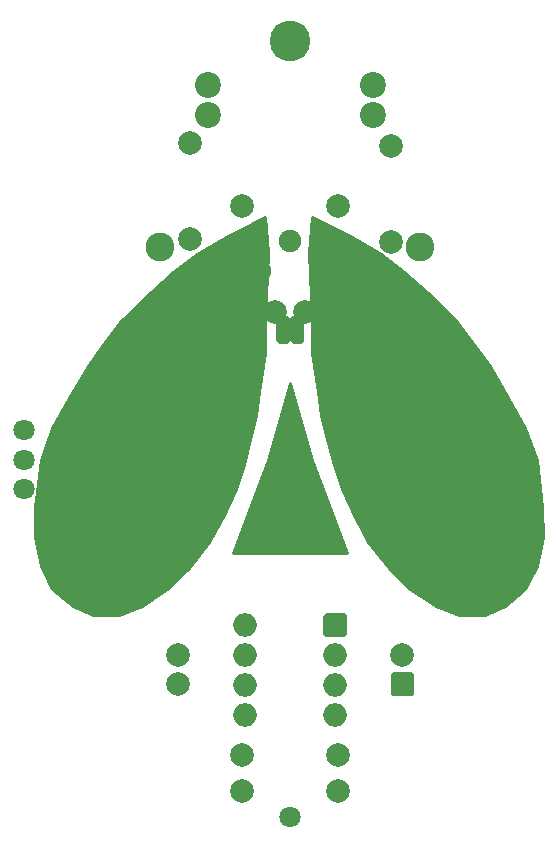
<source format=gbr>
%TF.GenerationSoftware,KiCad,Pcbnew,5.1.9-73d0e3b20d~88~ubuntu20.04.1*%
%TF.CreationDate,2021-08-18T18:14:59+05:30*%
%TF.ProjectId,MAP6,4d415036-2e6b-4696-9361-645f70636258,1*%
%TF.SameCoordinates,Original*%
%TF.FileFunction,Soldermask,Top*%
%TF.FilePolarity,Negative*%
%FSLAX46Y46*%
G04 Gerber Fmt 4.6, Leading zero omitted, Abs format (unit mm)*
G04 Created by KiCad (PCBNEW 5.1.9-73d0e3b20d~88~ubuntu20.04.1) date 2021-08-18 18:14:59*
%MOMM*%
%LPD*%
G01*
G04 APERTURE LIST*
%ADD10C,1.800000*%
%ADD11C,2.000000*%
%ADD12C,1.900000*%
%ADD13C,2.200000*%
%ADD14C,2.900000*%
%ADD15O,2.000000X2.000000*%
%ADD16C,3.448000*%
%ADD17C,2.436000*%
%ADD18C,0.254000*%
%ADD19C,0.050800*%
G04 APERTURE END LIST*
D10*
%TO.C,SW1*%
X125950000Y-108500000D03*
X125950000Y-111000000D03*
X125950000Y-113500000D03*
X129250000Y-108500000D03*
X129250000Y-111000000D03*
G36*
G01*
X129950000Y-114400000D02*
X128550000Y-114400000D01*
G75*
G02*
X128350000Y-114200000I0J200000D01*
G01*
X128350000Y-112800000D01*
G75*
G02*
X128550000Y-112600000I200000J0D01*
G01*
X129950000Y-112600000D01*
G75*
G02*
X130150000Y-112800000I0J-200000D01*
G01*
X130150000Y-114200000D01*
G75*
G02*
X129950000Y-114400000I-200000J0D01*
G01*
G37*
%TD*%
D11*
%TO.C,R1*%
X140000000Y-84136000D03*
X140000000Y-92264000D03*
%TD*%
%TO.C,R2*%
X157000000Y-84436000D03*
X157000000Y-92564000D03*
%TD*%
%TO.C,R3*%
X144436000Y-89500000D03*
X152564000Y-89500000D03*
%TD*%
%TO.C,R4*%
X152564000Y-139000000D03*
X144436000Y-139000000D03*
%TD*%
%TO.C,R5*%
X165500000Y-106936000D03*
X165500000Y-115064000D03*
%TD*%
%TO.C,R6*%
X144436000Y-136000000D03*
X152564000Y-136000000D03*
%TD*%
%TO.C,Q1*%
G36*
G01*
X151990000Y-94250000D02*
X151990000Y-95750000D01*
G75*
G02*
X151790000Y-95950000I-200000J0D01*
G01*
X150290000Y-95950000D01*
G75*
G02*
X150090000Y-95750000I0J200000D01*
G01*
X150090000Y-94250000D01*
G75*
G02*
X150290000Y-94050000I200000J0D01*
G01*
X151790000Y-94050000D01*
G75*
G02*
X151990000Y-94250000I0J-200000D01*
G01*
G37*
D12*
X145960000Y-95000000D03*
X148500000Y-92460000D03*
%TD*%
D13*
%TO.C,D2*%
X155500000Y-81770000D03*
X155500000Y-79230000D03*
%TD*%
%TO.C,D1*%
X141500000Y-81770000D03*
X141500000Y-79230000D03*
%TD*%
D14*
%TO.C,BT1*%
X161500000Y-111000000D03*
X134500000Y-111000000D03*
X136700000Y-111000000D03*
X156600000Y-111000000D03*
%TD*%
D11*
%TO.C,C1*%
X158000000Y-127500000D03*
G36*
G01*
X158800000Y-131000000D02*
X157200000Y-131000000D01*
G75*
G02*
X157000000Y-130800000I0J200000D01*
G01*
X157000000Y-129200000D01*
G75*
G02*
X157200000Y-129000000I200000J0D01*
G01*
X158800000Y-129000000D01*
G75*
G02*
X159000000Y-129200000I0J-200000D01*
G01*
X159000000Y-130800000D01*
G75*
G02*
X158800000Y-131000000I-200000J0D01*
G01*
G37*
%TD*%
%TO.C,C2*%
X139000000Y-127500000D03*
X139000000Y-130000000D03*
%TD*%
D15*
%TO.C,U1*%
X144690000Y-125000000D03*
X152310000Y-132620000D03*
X144690000Y-127540000D03*
X152310000Y-130080000D03*
X144690000Y-130080000D03*
X152310000Y-127540000D03*
X144690000Y-132620000D03*
G36*
G01*
X153310000Y-124200000D02*
X153310000Y-125800000D01*
G75*
G02*
X153110000Y-126000000I-200000J0D01*
G01*
X151510000Y-126000000D01*
G75*
G02*
X151310000Y-125800000I0J200000D01*
G01*
X151310000Y-124200000D01*
G75*
G02*
X151510000Y-124000000I200000J0D01*
G01*
X153110000Y-124000000D01*
G75*
G02*
X153310000Y-124200000I0J-200000D01*
G01*
G37*
%TD*%
D16*
%TO.C,P2*%
X148500000Y-75500000D03*
%TD*%
D17*
%TO.C,P3*%
X137500000Y-120000000D03*
%TD*%
%TO.C,P4*%
X137500000Y-93000000D03*
%TD*%
%TO.C,P5*%
X159500000Y-120000000D03*
%TD*%
%TO.C,P6*%
X159500000Y-93000000D03*
%TD*%
%TO.C,P7*%
X137500000Y-105000000D03*
%TD*%
%TO.C,P8*%
X159500000Y-105000000D03*
%TD*%
D11*
%TO.C,M1*%
X149770000Y-98500000D03*
X147230000Y-98500000D03*
G36*
G01*
X149680000Y-99010000D02*
X149680000Y-100950000D01*
G75*
G02*
X149480000Y-101150000I-200000J0D01*
G01*
X148720000Y-101150000D01*
G75*
G02*
X148520000Y-100950000I0J200000D01*
G01*
X148520000Y-99010000D01*
G75*
G02*
X148720000Y-98810000I200000J0D01*
G01*
X149480000Y-98810000D01*
G75*
G02*
X149680000Y-99010000I0J-200000D01*
G01*
G37*
G36*
G01*
X148480000Y-99010000D02*
X148480000Y-100950000D01*
G75*
G02*
X148280000Y-101150000I-200000J0D01*
G01*
X147520000Y-101150000D01*
G75*
G02*
X147320000Y-100950000I0J200000D01*
G01*
X147320000Y-99010000D01*
G75*
G02*
X147520000Y-98810000I200000J0D01*
G01*
X148280000Y-98810000D01*
G75*
G02*
X148480000Y-99010000I0J-200000D01*
G01*
G37*
%TD*%
D10*
%TO.C,P9*%
X148500000Y-141250000D03*
%TD*%
D18*
X150377886Y-111034890D02*
X150381086Y-111044593D01*
X153316739Y-118873000D01*
X143683261Y-118873000D01*
X146618914Y-111044593D01*
X146622114Y-111034890D01*
X148500000Y-104462289D01*
X150377886Y-111034890D01*
D19*
G36*
X150377886Y-111034890D02*
G01*
X150381086Y-111044593D01*
X153316739Y-118873000D01*
X143683261Y-118873000D01*
X146618914Y-111044593D01*
X146622114Y-111034890D01*
X148500000Y-104462289D01*
X150377886Y-111034890D01*
G37*
D18*
X146622778Y-93501995D02*
X146373131Y-98994233D01*
X146373000Y-99000000D01*
X146373000Y-101990290D01*
X145874477Y-105230689D01*
X145873981Y-105234248D01*
X145624933Y-107226636D01*
X145126893Y-109218794D01*
X144557476Y-111440834D01*
X143881501Y-113480993D01*
X142886378Y-115693010D01*
X141643738Y-117929763D01*
X139905438Y-120164719D01*
X138093622Y-121901257D01*
X135940758Y-123386579D01*
X133976970Y-124123000D01*
X131776067Y-124123000D01*
X130067896Y-123390927D01*
X128352122Y-121920263D01*
X127371199Y-119958418D01*
X126877155Y-117488196D01*
X126907677Y-115008205D01*
X127374411Y-111029495D01*
X128366080Y-108302404D01*
X129860241Y-105563109D01*
X131356296Y-103069684D01*
X132602479Y-101325028D01*
X134096182Y-99333424D01*
X136586822Y-96842784D01*
X138580026Y-95098731D01*
X140570956Y-93605533D01*
X143061166Y-92111407D01*
X146387860Y-90448060D01*
X146622778Y-93501995D01*
D19*
G36*
X146622778Y-93501995D02*
G01*
X146373131Y-98994233D01*
X146373000Y-99000000D01*
X146373000Y-101990290D01*
X145874477Y-105230689D01*
X145873981Y-105234248D01*
X145624933Y-107226636D01*
X145126893Y-109218794D01*
X144557476Y-111440834D01*
X143881501Y-113480993D01*
X142886378Y-115693010D01*
X141643738Y-117929763D01*
X139905438Y-120164719D01*
X138093622Y-121901257D01*
X135940758Y-123386579D01*
X133976970Y-124123000D01*
X131776067Y-124123000D01*
X130067896Y-123390927D01*
X128352122Y-121920263D01*
X127371199Y-119958418D01*
X126877155Y-117488196D01*
X126907677Y-115008205D01*
X127374411Y-111029495D01*
X128366080Y-108302404D01*
X129860241Y-105563109D01*
X131356296Y-103069684D01*
X132602479Y-101325028D01*
X134096182Y-99333424D01*
X136586822Y-96842784D01*
X138580026Y-95098731D01*
X140570956Y-93605533D01*
X143061166Y-92111407D01*
X146387860Y-90448060D01*
X146622778Y-93501995D01*
G37*
D18*
X153688834Y-92111407D02*
X156179044Y-93605533D01*
X158169974Y-95098731D01*
X160163178Y-96842784D01*
X162653818Y-99333424D01*
X164147521Y-101325029D01*
X165393704Y-103069684D01*
X166889759Y-105563109D01*
X168383920Y-108302405D01*
X169375589Y-111029495D01*
X169842323Y-115008205D01*
X169872845Y-117488196D01*
X169378801Y-119958418D01*
X168397878Y-121920264D01*
X166682105Y-123390926D01*
X164973933Y-124123001D01*
X162773030Y-124123000D01*
X160809242Y-123386579D01*
X158656378Y-121901257D01*
X156844563Y-120164719D01*
X155106262Y-117929762D01*
X153863622Y-115693010D01*
X152868499Y-113480993D01*
X152192525Y-111440834D01*
X151623107Y-109218794D01*
X151125068Y-107226636D01*
X150876019Y-105234248D01*
X150875523Y-105230689D01*
X150377000Y-101990290D01*
X150377000Y-99000000D01*
X150376869Y-98994233D01*
X150127222Y-93501995D01*
X150362140Y-90448060D01*
X153688834Y-92111407D01*
D19*
G36*
X153688834Y-92111407D02*
G01*
X156179044Y-93605533D01*
X158169974Y-95098731D01*
X160163178Y-96842784D01*
X162653818Y-99333424D01*
X164147521Y-101325029D01*
X165393704Y-103069684D01*
X166889759Y-105563109D01*
X168383920Y-108302405D01*
X169375589Y-111029495D01*
X169842323Y-115008205D01*
X169872845Y-117488196D01*
X169378801Y-119958418D01*
X168397878Y-121920264D01*
X166682105Y-123390926D01*
X164973933Y-124123001D01*
X162773030Y-124123000D01*
X160809242Y-123386579D01*
X158656378Y-121901257D01*
X156844563Y-120164719D01*
X155106262Y-117929762D01*
X153863622Y-115693010D01*
X152868499Y-113480993D01*
X152192525Y-111440834D01*
X151623107Y-109218794D01*
X151125068Y-107226636D01*
X150876019Y-105234248D01*
X150875523Y-105230689D01*
X150377000Y-101990290D01*
X150377000Y-99000000D01*
X150376869Y-98994233D01*
X150127222Y-93501995D01*
X150362140Y-90448060D01*
X153688834Y-92111407D01*
G37*
M02*

</source>
